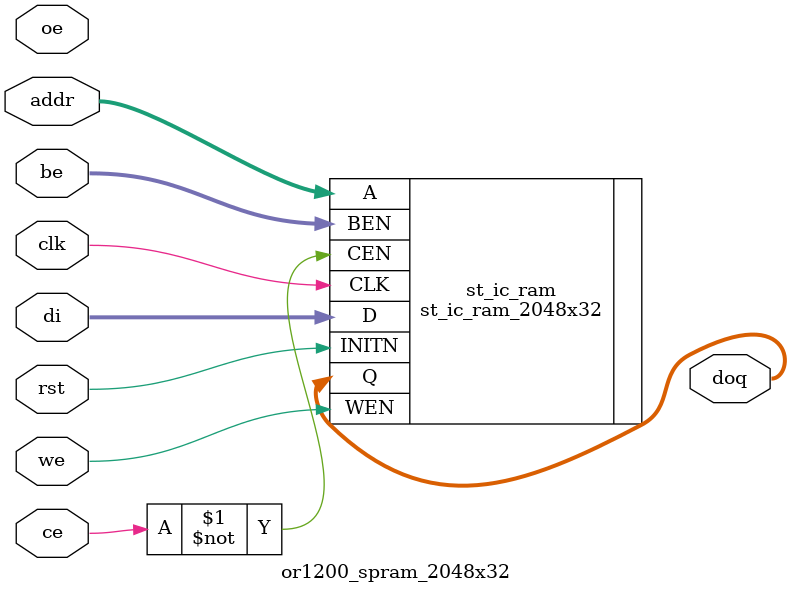
<source format=v>

`include "timescale.v"
// synopsys translate_on
`include "or1200_defines.v"

module or1200_spram_2048x32(
`ifdef OR1200_BIST
	// RAM BIST
	mbist_si_i, mbist_so_o, mbist_ctrl_i,
`endif
	// Generic synchronous single-port RAM interface
	clk, rst, ce, we, oe, addr, be, di, doq
);

//
// Default address and data buses width
//
parameter aw = 11;
parameter dw = 32;

//
// Generic synchronous single-port RAM interface
//
input			clk;	// Clock
input			rst;	// Reset
input			ce;	// Chip enable input
input			we;	// Write enable input
input			oe;	// Output enable input
input 	[aw-1:0]	addr;	// address bus inputs
input   [3:0] 		be;      // byte enable input
input	[dw-1:0]	di;	// input data bus
output	[dw-1:0]	doq;	// output data bus

//
// Instantiation of ASIC memory:
//

st_ic_ram_2048x32 st_ic_ram
  (
   .CLK(clk),
   .INITN(rst),
   .CEN(~ce),
   .WEN(we),
   .A(addr),
   .D(di),
   .BEN(be),
   .Q(doq)
   );
   
endmodule

</source>
